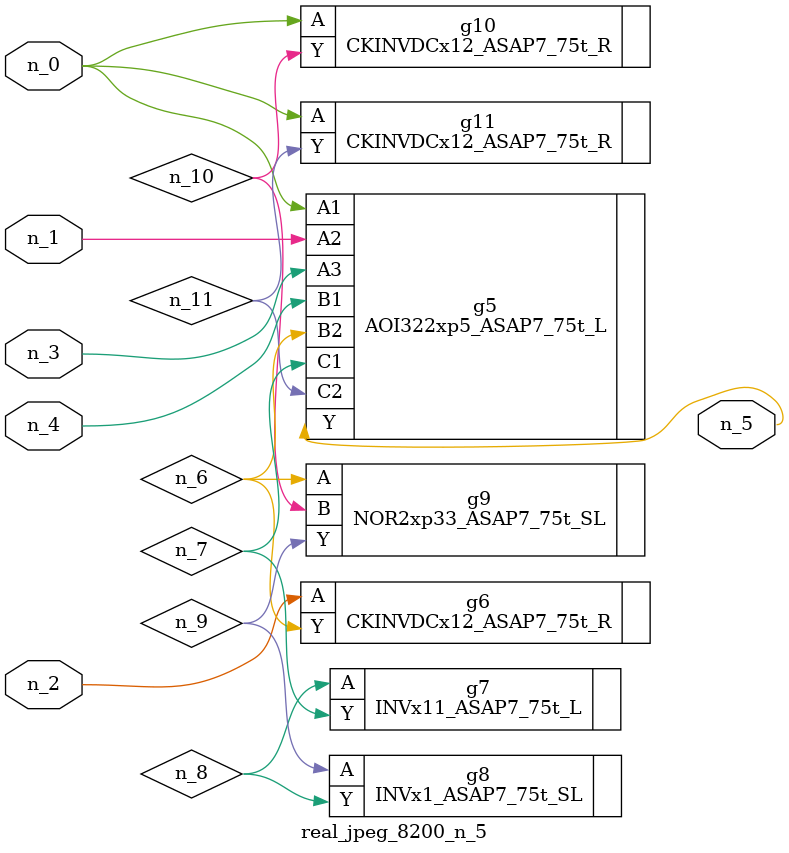
<source format=v>
module real_jpeg_8200_n_5 (n_4, n_0, n_1, n_2, n_3, n_5);

input n_4;
input n_0;
input n_1;
input n_2;
input n_3;

output n_5;

wire n_8;
wire n_11;
wire n_6;
wire n_7;
wire n_10;
wire n_9;

AOI322xp5_ASAP7_75t_L g5 ( 
.A1(n_0),
.A2(n_1),
.A3(n_3),
.B1(n_4),
.B2(n_6),
.C1(n_7),
.C2(n_11),
.Y(n_5)
);

CKINVDCx12_ASAP7_75t_R g10 ( 
.A(n_0),
.Y(n_10)
);

CKINVDCx12_ASAP7_75t_R g11 ( 
.A(n_0),
.Y(n_11)
);

CKINVDCx12_ASAP7_75t_R g6 ( 
.A(n_2),
.Y(n_6)
);

NOR2xp33_ASAP7_75t_SL g9 ( 
.A(n_6),
.B(n_10),
.Y(n_9)
);

INVx11_ASAP7_75t_L g7 ( 
.A(n_8),
.Y(n_7)
);

INVx1_ASAP7_75t_SL g8 ( 
.A(n_9),
.Y(n_8)
);


endmodule
</source>
